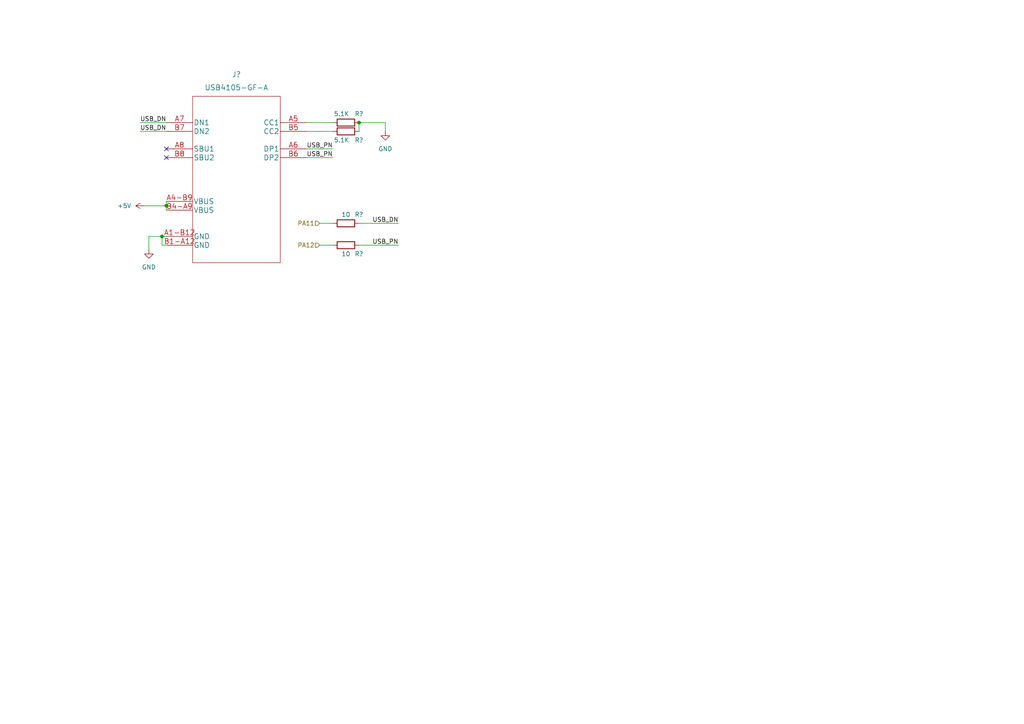
<source format=kicad_sch>
(kicad_sch (version 20211123) (generator eeschema)
  (paper "A4")
  (lib_symbols
    (symbol "2023-04-01_21-16-10:USB4105-GF-A" (pin_names (offset 0.254))
      (property "Reference" "J" (at 20.32 12.7 0))
      (property "Value" "USB4105-GF-A" (at 20.32 10.16 0))
      (symbol "USB4105-GF-A_1_1"
        (polyline (pts (xy 7.62 -40.64) (xy 33.02 -40.64)) (stroke (width 0.127)))
        (polyline (pts (xy 7.62 7.62) (xy 7.62 -40.64)) (stroke (width 0.127)))
        (polyline (pts (xy 33.02 -40.64) (xy 33.02 7.62)) (stroke (width 0.127)))
        (polyline (pts (xy 33.02 7.62) (xy 7.62 7.62)) (stroke (width 0.127)))
        (pin power_in line (at 0 -33.02 0) (length 7.62) (name "GND") (number "A1-B12"))
        (pin power_in line (at 0 -22.86 0) (length 7.62) (name "VBUS") (number "A4-B9"))
        (pin bidirectional line (at 40.64 0 180) (length 7.62) (name "CC1") (number "A5"))
        (pin bidirectional line (at 40.64 -7.62 180) (length 7.62) (name "DP1") (number "A6"))
        (pin bidirectional line (at 0 0 0) (length 7.62) (name "DN1") (number "A7"))
        (pin bidirectional line (at 0 -7.62 0) (length 7.62) (name "SBU1") (number "A8"))
        (pin power_in line (at 0 -35.56 0) (length 7.62) (name "GND") (number "B1-A12"))
        (pin power_in line (at 0 -25.4 0) (length 7.62) (name "VBUS") (number "B4-A9"))
        (pin bidirectional line (at 40.64 -2.54 180) (length 7.62) (name "CC2") (number "B5"))
        (pin bidirectional line (at 40.64 -10.16 180) (length 7.62) (name "DP2") (number "B6"))
        (pin bidirectional line (at 0 -2.54 0) (length 7.62) (name "DN2") (number "B7"))
        (pin bidirectional line (at 0 -10.16 0) (length 7.62) (name "SBU2") (number "B8"))
      )
    )
    (symbol "Device:R" (pin_numbers hide) (pin_names (offset 0))
      (property "Reference" "R" (at 2.032 0 90))
      (property "Value" "R" (at 0 0 90))
      (symbol "R_0_1"
        (rectangle (start -1.016 -2.54) (end 1.016 2.54) (stroke (width 0.254)))
      )
      (symbol "R_1_1"
        (pin passive line (at 0 3.81 270) (length 1.27) (name "~") (number "1"))
        (pin passive line (at 0 -3.81 90) (length 1.27) (name "~") (number "2"))
      )
    )
    (symbol "power:+5V" (power) (pin_names (offset 0))
      (property "Value" "+5V" (at 0 3.556 0))
      (symbol "+5V_0_1"
        (polyline (pts (xy -0.762 1.27) (xy 0 2.54)))
        (polyline (pts (xy 0 0) (xy 0 2.54)))
        (polyline (pts (xy 0 2.54) (xy 0.762 1.27)))
      )
      (symbol "+5V_1_1"
        (pin power_in line (at 0 0 90) (length 0) hide (name "+5V") (number "1"))
      )
    )
    (symbol "power:GND" (power) (pin_names (offset 0))
      (property "Value" "GND" (at 0 -3.81 0))
      (symbol "GND_0_1"
        (polyline (pts (xy 0 0) (xy 0 -1.27) (xy 1.27 -1.27) (xy 0 -2.54) (xy -1.27 -1.27) (xy 0 -1.27)))
      )
      (symbol "GND_1_1"
        (pin power_in line (at 0 0 270) (length 0) hide (name "GND") (number "1"))
      )
    )
  )
  (junction (at 48.26 59.69))
  (junction (at 104.14 35.56))
  (junction (at 46.99 68.58))
  (no_connect (at 48.26 45.72))
  (no_connect (at 48.26 43.18))
  (bus_entry (at 361.95 77.47) (size 2.54 2.54))
  (wire (pts (xy 88.9 38.1) (xy 96.52 38.1)))
  (wire (pts (xy 88.9 45.72) (xy 96.52 45.72)))
  (wire (pts (xy 104.14 64.77) (xy 115.57 64.77)))
  (wire (pts (xy 92.71 71.12) (xy 96.52 71.12)))
  (wire (pts (xy 104.14 35.56) (xy 111.76 35.56)))
  (wire (pts (xy 46.99 71.12) (xy 48.26 71.12)))
  (wire (pts (xy 48.26 59.69) (xy 48.26 60.96)))
  (wire (pts (xy 40.64 38.1) (xy 48.26 38.1)))
  (wire (pts (xy 88.9 35.56) (xy 96.52 35.56)))
  (wire (pts (xy 40.64 35.56) (xy 48.26 35.56)))
  (wire (pts (xy 92.71 64.77) (xy 96.52 64.77)))
  (wire (pts (xy 41.91 59.69) (xy 48.26 59.69)))
  (wire (pts (xy 48.26 58.42) (xy 48.26 59.69)))
  (wire (pts (xy 43.18 68.58) (xy 43.18 72.39)))
  (wire (pts (xy 104.14 71.12) (xy 115.57 71.12)))
  (wire (pts (xy 88.9 43.18) (xy 96.52 43.18)))
  (wire (pts (xy 46.99 68.58) (xy 46.99 71.12)))
  (wire (pts (xy 104.14 35.56) (xy 104.14 38.1)))
  (wire (pts (xy 111.76 35.56) (xy 111.76 38.1)))
  (wire (pts (xy 46.99 68.58) (xy 48.26 68.58)))
  (wire (pts (xy 46.99 68.58) (xy 43.18 68.58)))
  (label "USB_DN" (at 115.57 64.77 180))
  (label "USB_PN" (at 96.52 43.18 180))
  (label "USB_DN" (at 40.64 38.1 0))
  (label "USB_PN" (at 115.57 71.12 180))
  (label "USB_PN" (at 96.52 45.72 180))
  (label "USB_DN" (at 40.64 35.56 0))
  (hierarchical_label "PA12" (shape input) (at 92.71 71.12 180))
  (hierarchical_label "PA11" (shape input) (at 92.71 64.77 180))
  (symbol (lib_id "power:GND") (at 111.76 38.1 0) (unit 1)
    (property "Reference" "#PWR?" (effects hide))
    (property "Value" "GND" (at 111.76 43.18 0))
  )
  (symbol (lib_id "power:+5V") (at 41.91 59.69 90) (unit 1)
    (property "Reference" "#PWR?" (effects hide))
    (property "Value" "+5V" (at 38.1 59.6899 90) (effects (justify left)))
  )
  (symbol (lib_id "Device:R") (at 100.33 35.56 90) (unit 1)
    (property "Reference" "R?" (at 104.14 33.02 90))
    (property "Value" "5.1K" (at 99.06 33.02 90))
  )
  (symbol (lib_id "power:GND") (at 43.18 72.39 0) (unit 1)
    (property "Reference" "#PWR?" (effects hide))
    (property "Value" "GND" (at 43.18 77.47 0))
  )
  (symbol (lib_id "Device:R") (at 100.33 38.1 90) (unit 1)
    (property "Reference" "R?" (at 104.14 40.64 90))
    (property "Value" "5.1K" (at 99.06 40.64 90))
  )
  (symbol (lib_id "2023-04-01_21-16-10:USB4105-GF-A") (at 48.26 35.56 0) (unit 1)
    (property "Reference" "J?" (at 68.58 21.59 0) (effects (font (size 1.524 1.524))))
    (property "Value" "USB4105-GF-A" (at 68.58 25.4 0) (effects (font (size 1.524 1.524))))
    (property "Footprint" "USB4105_GCT" (effects hide))
  )
  (symbol (lib_id "Device:R") (at 100.33 64.77 90) (unit 1)
    (property "Reference" "R?" (at 104.14 62.23 90))
    (property "Value" "10" (at 100.33 62.23 90))
  )
  (symbol (lib_id "Device:R") (at 100.33 71.12 90) (unit 1)
    (property "Reference" "R?" (at 104.14 73.66 90))
    (property "Value" "10" (at 100.33 73.66 90))
  )
)
</source>
